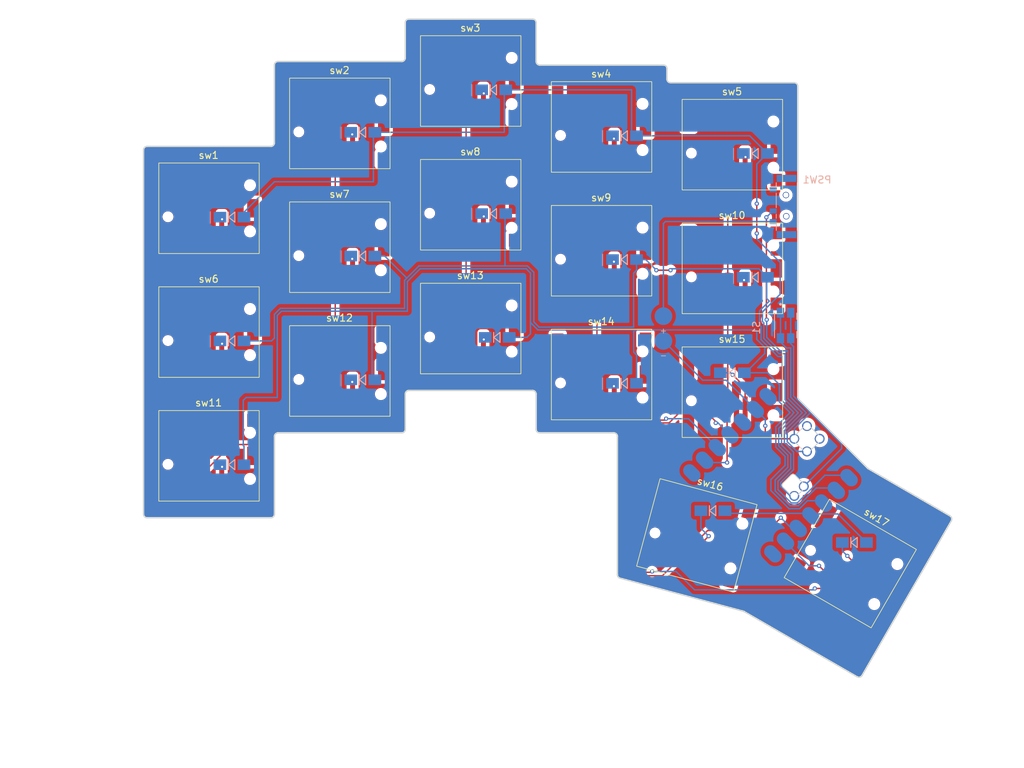
<source format=kicad_pcb>
(kicad_pcb (version 20241229) (generator "pcbnew") (generator_version "9.0")
  (layers (0 "F.Cu" signal) (2 "B.Cu" signal) (13 "F.Paste" user) (15 "B.Paste" user) (5 "F.SilkS" user "F.Silkscreen") (7 "B.SilkS" user "B.Silkscreen") (1 "F.Mask" user) (3 "B.Mask" user) (25 "Edge.Cuts" user))
  (net 0 "")
  (net 1 "Net-(D1-K)")
  (net 2 "row1")
  (net 3 "Net-(D2-K)")
  (net 4 "Net-(D3-K)")
  (net 5 "Net-(D4-K)")
  (net 6 "Net-(D5-K)")
  (net 7 "Net-(D6-K)")
  (net 8 "row2")
  (net 9 "Net-(D7-K)")
  (net 10 "Net-(D8-K)")
  (net 11 "Net-(D9-K)")
  (net 12 "Net-(D10-K)")
  (net 13 "Net-(D11-K)")
  (net 14 "row3")
  (net 15 "Net-(D12-K)")
  (net 16 "Net-(D13-K)")
  (net 17 "Net-(D14-K)")
  (net 18 "Net-(D15-K)")
  (net 19 "Net-(D16-K)")
  (net 20 "row4")
  (net 21 "Net-(D17-K)")
  (net 22 "col1")
  (net 23 "col2")
  (net 24 "col3")
  (net 25 "col4")
  (net 26 "col5")
  (net 33 "VBAT")
  (net 34 "GND")
  (net 36 "BAT+")
  (net 37 "RESET")
  (footprint "chocopi:Cherry_ULP_SMD" (layer "F.Cu") (at 57.75 73.25)
    (property "Reference" "sw11")
    (property "Value" "~")
  )
  (footprint "chocopi:Cherry_ULP_SMD" (layer "F.Cu") (at 131.75 29.25)
    (property "Reference" "sw5")
    (property "Value" "~")
  )
  (footprint "chocopi:Cherry_ULP_SMD" (layer "F.Cu") (at 113.25 61.75)
    (property "Reference" "sw14")
    (property "Value" "~")
  )
  (footprint "chocopi:Cherry_ULP_SMD" (layer "F.Cu") (at 113.25 26.75)
    (property "Reference" "sw4")
    (property "Value" "~")
  )
  (footprint "chocopi:Cherry_ULP_SMD" (layer "F.Cu") (at 94.75 55.25)
    (property "Reference" "sw13")
    (property "Value" "~")
  )
  (footprint "chocopi:Cherry_ULP_SMD" (layer "F.Cu") (at 113.25 44.25)
    (property "Reference" "sw9")
    (property "Value" "~")
  )
  (footprint "chocopi:Cherry_ULP_SMD" (layer "F.Cu") (at 76.25 43.75)
    (property "Reference" "sw7")
    (property "Value" "~")
  )
  (footprint "chocopi:Cherry_ULP_SMD" (layer "F.Cu") (at 131.75 64.25)
    (property "Reference" "sw15")
    (property "Value" "~")
  )
  (footprint "chocopi:Cherry_ULP_SMD" (layer "F.Cu") (at 126.723136 84.5 -15)
    (property "Reference" "sw16")
    (property "Value" "~")
  )
  (footprint "chocopi:Cherry_ULP_SMD" (layer "F.Cu") (at 57.75 38.25)
    (property "Reference" "sw1")
    (property "Value" "~")
  )
  (footprint "chocopi:Cherry_ULP_SMD" (layer "F.Cu") (at 94.75 20.25)
    (property "Reference" "sw3")
    (property "Value" "~")
  )
  (footprint "chocopi:Cherry_ULP_SMD" (layer "F.Cu") (at 76.25 26.25)
    (property "Reference" "sw2")
    (property "Value" "~")
  )
  (footprint "chocopi:Cherry_ULP_SMD" (layer "F.Cu") (at 131.75 46.75)
    (property "Reference" "sw10")
    (property "Value" "~")
  )
  (footprint "chocopi:Cherry_ULP_SMD" (layer "F.Cu") (at 94.75 37.75)
    (property "Reference" "sw8")
    (property "Value" "~")
  )
  (footprint "chocopi:Cherry_ULP_SMD" (layer "F.Cu") (at 76.25 61.25)
    (property "Reference" "sw12")
    (property "Value" "~")
  )
  (footprint "chocopi:Cherry_ULP_SMD" (layer "F.Cu") (at 57.75 55.75)
    (property "Reference" "sw6")
    (property "Value" "~")
  )
  (footprint "chocopi:Cherry_ULP_SMD" (layer "F.Cu") (at 148.419358 88.477499 -30)
    (property "Reference" "sw17")
    (property "Value" "~")
  )
  (footprint "chocopi:BatteryPad" (layer "B.Cu") (at 122 57 180)
    (property "Reference" "BATGND1" (hide yes))
    (property "Value" "-")
  )
  (footprint "chocopi:Diode_SOD123" (layer "B.Cu") (at 135 48)
    (property "Reference" "D10" (hide yes))
    (property "Value" "~" (hide yes))
  )
  (footprint "chocopi:BatteryPad" (layer "B.Cu") (at 122 53.5 180)
    (property "Reference" "BAT+1" (hide yes))
    (property "Value" "+")
  )
  (footprint "chocopi:MSK12C02" (layer "B.Cu") (at 140.72 34.125 180)
    (property "Reference" "PSW1")
    (property "Value" "SW_SPDT")
  )
  (footprint "chocopi:Diode_SOD123" (layer "B.Cu") (at 129 81)
    (property "Reference" "D16" (hide yes))
    (property "Value" "~" (hide yes))
  )
  (footprint "chocopi:Diode_SOD123" (layer "B.Cu") (at 149 85.5)
    (property "Reference" "D17" (hide yes))
    (property "Value" "~" (hide yes))
  )
  (footprint "chocopi:Diode_SOD123" (layer "B.Cu") (at 116.5 63)
    (property "Reference" "D14" (hide yes))
    (property "Value" "~" (hide yes))
  )
  (footprint "chocopi:Diode_SOD123" (layer "B.Cu") (at 116.5 45.5)
    (property "Reference" "D9" (hide yes))
    (property "Value" "~" (hide yes))
  )
  (footprint "chocopi:Diode_SOD123" (layer "B.Cu") (at 131.75 61.5)
    (property "Reference" "D15" (hide yes))
    (property "Value" "~" (hide yes))
  )
  (footprint "chocopi:Diode_SOD123" (layer "B.Cu") (at 79.5 45)
    (property "Reference" "D7" (hide yes))
    (property "Value" "~" (hide yes))
  )
  (footprint "chocopi:Diode_SOD123" (layer "B.Cu") (at 135 30.5)
    (property "Reference" "D5" (hide yes))
    (property "Value" "~" (hide yes))
  )
  (footprint "chocopi:Diode_SOD123" (layer "B.Cu") (at 61 39.5)
    (property "Reference" "D1" (hide yes))
    (property "Value" "~" (hide yes))
  )
  (footprint "chocopi:Diode_SOD123" (layer "B.Cu") (at 98 21.5)
    (property "Reference" "D3" (hide yes))
    (property "Value" "~" (hide yes))
  )
  (footprint "chocopi:Diode_SOD123" (layer "B.Cu") (at 79.5 62.5)
    (property "Reference" "D12" (hide yes))
    (property "Value" "~" (hide yes))
  )
  (footprint "chocopi:Diode_SOD123" (layer "B.Cu") (at 98 39)
    (property "Reference" "D8" (hide yes))
    (property "Value" "~" (hide yes))
  )
  (footprint "chocopi:Diode_SOD123" (layer "B.Cu") (at 116.5 28)
    (property "Reference" "D4" (hide yes))
    (property "Value" "~" (hide yes))
  )
  (footprint "chocopi:xiao-ble-smd-cutout" (layer "B.Cu") (at 137.132757 76 135)
    (property "Reference" "U1" (hide yes))
    (property "Value" "XIAO-nRF52840-SMD" (hide yes))
    (fp_line (start -2.413 0.063) (end -4.0132 0.063) (stroke (width 0.12)) (layer "Edge.Cuts"))
    (fp_line (start -2.032 2.095) (end -2.032 0.443999) (stroke (width 0.12)) (layer "Edge.Cuts"))
    (fp_line (start 1.524 6.4638) (end 1.524 8.1402) (stroke (width 0.12)) (layer "Edge.Cuts"))
    (fp_line (start -4.699 0.7488) (end -4.699 1.7902) (stroke (width 0.12)) (layer "Edge.Cuts"))
    (fp_line (start -4.0132 2.475999) (end -2.413 2.476) (stroke (width 0.12)) (layer "Edge.Cuts"))
    (fp_line (start -0.8382 5.778) (end 0.8382 5.778) (stroke (width 0.12)) (layer "Edge.Cuts"))
    (fp_line (start -1.524 6.4638) (end -1.524 8.1402) (stroke (width 0.12)) (layer "Edge.Cuts"))
    (fp_line (start -0.838199 8.826) (end 0.838199 8.826) (stroke (width 0.12)) (layer "Edge.Cuts"))
    (fp_arc (start -2.413 0.063) (mid -2.143591 0.174592) (end -2.032 0.443999) (stroke (width 0.12)) (layer "Edge.Cuts"))
    (fp_arc (start -4.0132 0.063) (mid -4.095391 0.666608) (end -4.699 0.7488) (stroke (width 0.12)) (layer "Edge.Cuts"))
    (fp_arc (start -2.032 2.095) (mid -2.143592 2.364407) (end -2.413 2.476) (stroke (width 0.12)) (layer "Edge.Cuts"))
    (fp_arc (start 1.524 6.4638) (mid 0.920391 6.381609) (end 0.8382 5.778) (stroke (width 0.12)) (layer "Edge.Cuts"))
    (fp_arc (start -4.699 1.7902) (mid -4.095391 1.872391) (end -4.0132 2.475999) (stroke (width 0.12)) (layer "Edge.Cuts"))
    (fp_arc (start -0.8382 5.778) (mid -0.920391 6.381609) (end -1.524 6.4638) (stroke (width 0.12)) (layer "Edge.Cuts"))
    (fp_arc (start 0.838199 8.826) (mid 0.920393 8.222393) (end 1.524 8.1402) (stroke (width 0.12)) (layer "Edge.Cuts"))
    (fp_arc (start -1.524 8.1402) (mid -0.920391 8.222391) (end -0.838199 8.826) (stroke (width 0.12)) (layer "Edge.Cuts"))
  )
  (footprint "chocopi:SW_EVQ-P7A01P" (layer "B.Cu") (at 139.275 54.8125 -90)
    (property "Reference" "S1")
    (property "Value" "EVQ-P7A01P")
  )
  (footprint "chocopi:Diode_SOD123" (layer "B.Cu") (at 98.5 56.5)
    (property "Reference" "D13" (hide yes))
    (property "Value" "~" (hide yes))
  )
  (footprint "chocopi:Diode_SOD123" (layer "B.Cu") (at 79.5 27.5)
    (property "Reference" "D2" (hide yes))
    (property "Value" "~" (hide yes))
  )
  (footprint "chocopi:Diode_SOD123" (layer "B.Cu") (at 61 57)
    (property "Reference" "D6" (hide yes))
    (property "Value" "~" (hide yes))
  )
  (footprint "chocopi:Diode_SOD123" (layer "B.Cu") (at 61 74.5)
    (property "Reference" "D11" (hide yes))
    (property "Value" "~" (hide yes))
  )
  (gr_line (start 67 29) (end 67 18) (stroke (width 0.2)) (layer "Edge.Cuts"))
  (gr_line (start 104 64.5) (end 104 69.5) (stroke (width 0.2)) (layer "Edge.Cuts"))
  (gr_line (start 66.5 82) (end 49 82) (stroke (width 0.2)) (layer "Edge.Cuts"))
  (gr_arc (start 122 18) (mid 122.353553 18.146447) (end 122.5 18.5) (stroke (width 0.2)) (layer "Edge.Cuts"))
  (gr_arc (start 85.5 12) (mid 85.646447 11.646447) (end 86 11.5) (stroke (width 0.2)) (layer "Edge.Cuts"))
  (gr_line (start 48.5 81.5) (end 48.5 30) (stroke (width 0.2)) (layer "Edge.Cuts"))
  (gr_line (start 67 70.5) (end 67 81.5) (stroke (width 0.2)) (layer "Edge.Cuts"))
  (gr_line (start 85 70) (end 67.5 70) (stroke (width 0.2)) (layer "Edge.Cuts"))
  (gr_line (start 86 64) (end 103.5 64) (stroke (width 0.2)) (layer "Edge.Cuts"))
  (gr_line (start 162.69911 82.433013) (end 150.074091 104.300187) (stroke (width 0.2)) (layer "Edge.Cuts"))
  (gr_arc (start 85.5 69.5) (mid 85.353553 69.853553) (end 85 70) (stroke (width 0.2)) (layer "Edge.Cuts"))
  (gr_arc (start 67 70.5) (mid 67.146447 70.146447) (end 67.5 70) (stroke (width 0.2)) (layer "Edge.Cuts"))
  (gr_line (start 67.5 17.5) (end 85 17.5) (stroke (width 0.2)) (layer "Edge.Cuts"))
  (gr_arc (start 141.146522 65.290178) (mid 141.038077 65.127889) (end 141.000024 64.9365) (stroke (width 0.2)) (layer "Edge.Cuts"))
  (gr_line (start 115.5 70.5) (end 115.5 90.0613) (stroke (width 0.2)) (layer "Edge.Cuts"))
  (gr_arc (start 48.5 30) (mid 48.646447 29.646447) (end 49 29.5) (stroke (width 0.2)) (layer "Edge.Cuts"))
  (gr_arc (start 104.5 70) (mid 104.146447 69.853553) (end 104 69.5) (stroke (width 0.2)) (layer "Edge.Cuts"))
  (gr_line (start 150.852922 74.996578) (end 141.146522 65.290178) (stroke (width 0.2)) (layer "Edge.Cuts"))
  (gr_arc (start 133.306039 95.216128) (mid 133.367975 95.237157) (end 133.426675 95.266111) (stroke (width 0.2)) (layer "Edge.Cuts"))
  (gr_arc (start 140.5 20.5) (mid 140.853553 20.646447) (end 141 21) (stroke (width 0.2)) (layer "Edge.Cuts"))
  (gr_arc (start 150.074091 104.300187) (mid 149.77051 104.533137) (end 149.387997 104.481377) (stroke (width 0.2)) (layer "Edge.Cuts"))
  (gr_line (start 150.956542 75.076087) (end 162.516094 81.749998) (stroke (width 0.2)) (layer "Edge.Cuts"))
  (gr_arc (start 67 29) (mid 66.853553 29.353553) (end 66.5 29.5) (stroke (width 0.2)) (layer "Edge.Cuts"))
  (gr_line (start 49 29.5) (end 66.5 29.5) (stroke (width 0.2)) (layer "Edge.Cuts"))
  (gr_line (start 85.5 17) (end 85.5 12) (stroke (width 0.2)) (layer "Edge.Cuts"))
  (gr_arc (start 49 82) (mid 48.646447 81.853553) (end 48.5 81.5) (stroke (width 0.2)) (layer "Edge.Cuts"))
  (gr_line (start 85.5 69.5) (end 85.5 64.5) (stroke (width 0.2)) (layer "Edge.Cuts"))
  (gr_arc (start 67 18) (mid 67.146447 17.646447) (end 67.5 17.5) (stroke (width 0.2)) (layer "Edge.Cuts"))
  (gr_arc (start 115.870671 90.544336) (mid 115.603342 90.365727) (end 115.500025 90.0613) (stroke (width 0.2)) (layer "Edge.Cuts"))
  (gr_line (start 141.000024 64.9365) (end 141 64.9365) (stroke (width 0.2)) (layer "Edge.Cuts"))
  (gr_line (start 104.5 18) (end 122 18) (stroke (width 0.2)) (layer "Edge.Cuts"))
  (gr_line (start 115.500025 90.0613) (end 115.5 90.0613) (stroke (width 0.2)) (layer "Edge.Cuts"))
  (gr_line (start 141 21) (end 141 64.9365) (stroke (width 0.2)) (layer "Edge.Cuts"))
  (gr_line (start 104.5 70) (end 115 70) (stroke (width 0.2)) (layer "Edge.Cuts"))
  (gr_line (start 104 12) (end 104 17.5) (stroke (width 0.2)) (layer "Edge.Cuts"))
  (gr_arc (start 104.5 18) (mid 104.146447 17.853553) (end 104 17.5) (stroke (width 0.2)) (layer "Edge.Cuts"))
  (gr_arc (start 115 70) (mid 115.353553 70.146447) (end 115.5 70.5) (stroke (width 0.2)) (layer "Edge.Cuts"))
  (gr_arc (start 103.5 11.5) (mid 103.853553 11.646447) (end 104 12) (stroke (width 0.2)) (layer "Edge.Cuts"))
  (gr_line (start 123 20.5) (end 140.5 20.5) (stroke (width 0.2)) (layer "Edge.Cuts"))
  (gr_line (start 115.870671 90.544336) (end 133.306039 95.216128) (stroke (width 0.2)) (layer "Edge.Cuts"))
  (gr_line (start 133.426675 95.266111) (end 133.426678 95.266105) (stroke (width 0.2)) (layer "Edge.Cuts"))
  (gr_line (start 86 11.5) (end 103.5 11.5) (stroke (width 0.2)) (layer "Edge.Cuts"))
  (gr_arc (start 85.5 64.5) (mid 85.646447 64.146447) (end 86 64) (stroke (width 0.2)) (layer "Edge.Cuts"))
  (gr_arc (start 162.516094 81.749998) (mid 162.749054 82.053602) (end 162.69911 82.433013) (stroke (width 0.2)) (layer "Edge.Cuts"))
  (gr_arc (start 150.956542 75.076087) (mid 150.902124 75.039726) (end 150.852922 74.996578) (stroke (width 0.2)) (layer "Edge.Cuts"))
  (gr_arc (start 85.5 17) (mid 85.353553 17.353553) (end 85 17.5) (stroke (width 0.2)) (layer "Edge.Cuts"))
  (gr_line (start 149.387997 104.481377) (end 133.426678 95.266105) (stroke (width 0.2)) (layer "Edge.Cuts"))
  (gr_line (start 122.5 18.5) (end 122.5 20) (stroke (width 0.2)) (layer "Edge.Cuts"))
  (gr_arc (start 103.5 64) (mid 103.853553 64.146447) (end 104 64.5) (stroke (width 0.2)) (layer "Edge.Cuts"))
  (gr_arc (start 123 20.5) (mid 122.646447 20.353553) (end 122.5 20) (stroke (width 0.2)) (layer "Edge.Cuts"))
  (gr_arc (start 67 81.5) (mid 66.853553 81.853553) (end 66.5 82) (stroke (width 0.2)) (layer "Edge.Cuts"))
  (via (at 59.6 39.8) (size 0.6) (drill 0.3) (layers "F.Cu" "B.Cu") (net 1))
  (segment (start 135.2 41.8) (end 135.2 37.6) (width 0.2) (layer "F.Cu") (net 2))
  (via (at 135.2 41.8) (size 0.6) (drill 0.3) (layers "F.Cu" "B.Cu") (net 2))
  (via (at 135.2 37.6) (size 0.6) (drill 0.3) (layers "F.Cu" "B.Cu") (net 2))
  (segment (start 147.909065 76) (end 144.832444 76) (width 0.2) (layer "B.Cu") (net 2))
  (segment (start 136.199 56.6556) (end 136.199 54.448943) (width 0.2) (layer "B.Cu") (net 2))
  (segment (start 99.7 21.5) (end 117.5 21.5) (width 0.2) (layer "B.Cu") (net 2))
  (segment (start 138.6985 71.6995) (end 138.6985 69.523398) (width 0.2) (layer "B.Cu") (net 2))
  (segment (start 144.832444 76) (end 140.914007 79.918437) (width 0.2) (layer "B.Cu") (net 2))
  (segment (start 140.085993 79.918437) (end 138.199 78.031444) (width 0.2) (layer "B.Cu") (net 2))
  (segment (start 139.999 73) (end 138.6985 71.6995) (width 0.2) (layer "B.Cu") (net 2))
  (segment (start 136.352458 52.552458) (end 138.501 50.403917) (width 0.2) (layer "B.Cu") (net 2))
  (segment (start 135.999 52.905917) (end 136.352458 52.552458) (width 0.2) (layer "B.Cu") (net 2))
  (segment (start 62.7 39.5) (end 62.7 38.8) (width 0.2) (layer "B.Cu") (net 2))
  (segment (start 99.5 27.5) (end 99.5 21.7) (width 0.2) (layer "B.Cu") (net 2))
  (segment (start 81 34.5) (end 81 27.7) (width 0.2) (layer "B.Cu") (net 2))
  (segment (start 135.2 37.6) (end 135.2 32) (width 0.2) (layer "B.Cu") (net 2))
  (segment (start 138.199 76.8339) (end 139.999 75.0339) (width 0.2) (layer "B.Cu") (net 2))
  (segment (start 138.501 50.403917) (end 138.501 45.901) (width 0.2) (layer "B.Cu") (net 2))
  (segment (start 138.3454 58.802) (end 136.199 56.6556) (width 0.2) (layer "B.Cu") (net 2))
  (segment (start 81.2 27.5) (end 99.5 27.5) (width 0.2) (layer "B.Cu") (net 2))
  (segment (start 135.999 52.905916) (end 136.352458 52.552458) (width 0.2) (layer "B.Cu") (net 2))
  (segment (start 136.199 54.448943) (end 135.999 54.248943) (width 0.2) (layer "B.Cu") (net 2))
  (segment (start 138.501 45.901) (end 135.6 43) (width 0.2) (layer "B.Cu") (net 2))
  (segment (start 135.2 32) (end 136.7 30.5) (width 0.2) (layer "B.Cu") (net 2))
  (segment (start 138.6985 69.523398) (end 141.060299 67.161599) (width 0.2) (layer "B.Cu") (net 2))
  (segment (start 135.6 43) (end 135.2 42.6) (width 0.2) (layer "B.Cu") (net 2))
  (segment (start 81 27.7) (end 81.2 27.5) (width 0.2) (layer "B.Cu") (net 2))
  (segment (start 139.198 65.2993) (end 139.198 58.802) (width 0.2) (layer "B.Cu") (net 2))
  (segment (start 139.198 58.802) (end 138.3454 58.802) (width 0.2) (layer "B.Cu") (net 2))
  (segment (start 67 34.5) (end 81 34.5) (width 0.2) (layer "B.Cu") (net 2))
  (segment (start 138.199 78.031444) (end 138.199 76.8339) (width 0.2) (layer "B.Cu") (net 2))
  (segment (start 141.060299 67.161599) (end 139.198 65.2993) (width 0.2) (layer "B.Cu") (net 2))
  (segment (start 117.5 27.3) (end 117.5 21.5) (width 0.2) (layer "B.Cu") (net 2))
  (segment (start 134.2 28) (end 136.7 30.5) (width 0.2) (layer "B.Cu") (net 2))
  (segment (start 118.2 28) (end 117.5 27.3) (width 0.2) (layer "B.Cu") (net 2))
  (segment (start 135.999 54.248943) (end 135.999 52.905916) (width 0.2) (layer "B.Cu") (net 2))
  (segment (start 99.5 21.7) (end 99.7 21.5) (width 0.2) (layer "B.Cu") (net 2))
  (segment (start 118.2 28) (end 134.2 28) (width 0.2) (layer "B.Cu") (net 2))
  (segment (start 140.914007 79.918437) (end 140.085993 79.918437) (width 0.2) (layer "B.Cu") (net 2))
  (segment (start 62.7 38.8) (end 67 34.5) (width 0.2) (layer "B.Cu") (net 2))
  (segment (start 139.999 75.0339) (end 139.999 73) (width 0.2) (layer "B.Cu") (net 2))
  (segment (start 135.2 42.6) (end 135.2 41.8) (width 0.2) (layer "B.Cu") (net 2))
  (via (at 78 27.8) (size 0.6) (drill 0.3) (layers "F.Cu" "B.Cu") (net 3))
  (via (at 96.6 22) (size 0.6) (drill 0.3) (layers "F.Cu" "B.Cu") (net 4))
  (via (at 115 28.4) (size 0.6) (drill 0.3) (layers "F.Cu" "B.Cu") (net 5))
  (via (at 133.6 31) (size 0.6) (drill 0.3) (layers "F.Cu" "B.Cu") (net 6))
  (via (at 59.6 57.4) (size 0.6) (drill 0.3) (layers "F.Cu" "B.Cu") (net 7))
  (segment (start 121 47) (end 123 47) (width 0.2) (layer "F.Cu") (net 8))
  (via (at 123 47) (size 0.6) (drill 0.3) (layers "F.Cu" "B.Cu") (net 8))
  (via (at 121 47) (size 0.6) (drill 0.3) (layers "F.Cu" "B.Cu") (net 8))
  (segment (start 138.2975 69.357298) (end 138.2975 71.8656) (width 0.2) (layer "B.Cu") (net 8))
  (segment (start 135.799 56.8227) (end 138.1793 59.203) (width 0.2) (layer "B.Cu") (net 8))
  (segment (start 135.799 56.8227) (end 135.799 54.9661) (width 0.2) (layer "B.Cu") (net 8))
  (segment (start 135.799 54.9661) (end 135.598 54.7651) (width 0.2) (layer "B.Cu") (net 8))
  (segment (start 66.999 53.2339) (end 67.8339 52.399) (width 0.2) (layer "B.Cu") (net 8))
  (segment (start 85.399 52.399) (end 85.399 48.4339) (width 0.2) (layer "B.Cu") (net 8))
  (segment (start 82.6 45) (end 85.71645 48.11645) (width 0.2) (layer "B.Cu") (net 8))
  (segment (start 138.2975 71.8656) (end 139.598 73.1661) (width 0.2) (layer "B.Cu") (net 8))
  (segment (start 135.598 54.7651) (end 135.598 52.739817) (width 0.2) (layer "B.Cu") (net 8))
  (segment (start 136.968909 51.368908) (end 136.599 50.998999) (width 0.2) (layer "B.Cu") (net 8))
  (segment (start 138.797 65.4654) (end 140.4658 67.1342) (width 0.2) (layer "B.Cu") (net 8))
  (segment (start 138.797 59.203) (end 138.797 65.4654) (width 0.2) (layer "B.Cu") (net 8))
  (segment (start 139.598 74.8678) (end 137.798 76.6678) (width 0.2) (layer "B.Cu") (net 8))
  (segment (start 135.5 46.8) (end 136.7 48) (width 0.2) (layer "B.Cu") (net 8))
  (segment (start 140.227399 67.372601) (end 140.227399 67.427399) (width 0.2) (layer "B.Cu") (net 8))
  (segment (start 99.6 46.399) (end 102.7661 46.399) (width 0.2) (layer "B.Cu") (net 8))
  (segment (start 104.4151 55.048) (end 117.7849 55.048) (width 0.2) (layer "B.Cu") (net 8))
  (segment (start 136.599 50.998999) (end 136.599 48.101) (width 0.2) (layer "B.Cu") (net 8))
  (segment (start 85.399 48.4339) (end 85.71645 48.11645) (width 0.2) (layer "B.Cu") (net 8))
  (segment (start 87.4339 46.399) (end 99.6 46.399) (width 0.2) (layer "B.Cu") (net 8))
  (segment (start 118.2 47) (end 118.2 45.5) (width 0.2) (layer "B.Cu") (net 8))
  (segment (start 139.598 73.1661) (end 139.598 74.8678) (width 0.2) (layer "B.Cu") (net 8))
  (segment (start 135.598 52.739817) (end 136.968909 51.368908) (width 0.2) (layer "B.Cu") (net 8))
  (segment (start 140.4658 67.1342) (end 140.227399 67.372601) (width 0.2) (layer "B.Cu") (net 8))
  (segment (start 137.798 78.197544) (end 139.919893 80.319437) (width 0.2) (layer "B.Cu") (net 8))
  (segment (start 103.68355 54.31645) (end 104.4151 55.048) (width 0.2) (layer "B.Cu") (net 8))
  (segment (start 138.1793 59.203) (end 138.797 59.203) (width 0.2) (layer "B.Cu") (net 8))
  (segment (start 123.2 46.8) (end 135.5 46.8) (width 0.2) (layer "B.Cu") (net 8))
  (segment (start 143.603492 77.796052) (end 146.113013 77.796052) (width 0.2) (layer "B.Cu") (net 8))
  (segment (start 117.7849 55.048) (end 117.7849 47.4151) (width 0.2) (layer "B.Cu") (net 8))
  (segment (start 66.999 56.6) (end 66.999 53.2339) (width 0.2) (layer "B.Cu") (net 8))
  (segment (start 99.6 39.1) (end 99.6 46.399) (width 0.2) (layer "B.Cu") (net 8))
  (segment (start 140.227399 67.427399) (end 138.2975 69.357298) (width 0.2) (layer "B.Cu") (net 8))
  (segment (start 118.2 45.5) (end 119.5 45.5) (width 0.2) (layer "B.Cu") (net 8))
  (segment (start 137.798 76.6678) (end 137.798 78.197544) (width 0.2) (layer "B.Cu") (net 8))
  (segment (start 103.68355 47.31645) (end 103.68355 54.31645) (width 0.2) (layer "B.Cu") (net 8))
  (segment (start 141.080107 80.319437) (end 143.603492 77.796052) (width 0.2) (layer "B.Cu") (net 8))
  (segment (start 123 47) (end 123.2 46.8) (width 0.2) (layer "B.Cu") (net 8))
  (segment (start 139.919893 80.319437) (end 141.080107 80.319437) (width 0.2) (layer "B.Cu") (net 8))
  (segment (start 67.8339 52.399) (end 85.399 52.399) (width 0.2) (layer "B.Cu") (net 8))
  (segment (start 136.599 48.101) (end 136.7 48) (width 0.2) (layer "B.Cu") (net 8))
  (segment (start 117.7849 47.4151) (end 118.2 47) (width 0.2) (layer "B.Cu") (net 8))
  (segment (start 99.7 39) (end 99.6 39.1) (width 0.2) (layer "B.Cu") (net 8))
  (segment (start 62.7 57) (end 66.599 57) (width 0.2) (layer "B.Cu") (net 8))
  (segment (start 66.599 57) (end 66.999 56.6) (width 0.2) (layer "B.Cu") (net 8))
  (segment (start 81.2 45) (end 82.6 45) (width 0.2) (layer "B.Cu") (net 8))
  (segment (start 102.7661 46.399) (end 103.68355 47.31645) (width 0.2) (layer "B.Cu") (net 8))
  (segment (start 85.71645 48.11645) (end 87.4339 46.399) (width 0.2) (layer "B.Cu") (net 8))
  (segment (start 119.5 45.5) (end 121 47) (width 0.2) (layer "B.Cu") (net 8))
  (via (at 78 45.4) (size 0.6) (drill 0.3) (layers "F.Cu" "B.Cu") (net 9))
  (via (at 96.6 39.4) (size 0.6) (drill 0.3) (layers "F.Cu" "B.Cu") (net 10))
  (via (at 115 45.8) (size 0.6) (drill 0.3) (layers "F.Cu" "B.Cu") (net 11))
  (via (at 133.4 48.4) (size 0.6) (drill 0.3) (layers "F.Cu" "B.Cu") (net 12))
  (via (at 59.6 74.8) (size 0.6) (drill 0.3) (layers "F.Cu" "B.Cu") (net 13))
  (segment (start 102.7 56.5) (end 100.2 56.5) (width 0.2) (layer "B.Cu") (net 14))
  (segment (start 63 65) (end 62.6 65.4) (width 0.2) (layer "B.Cu") (net 14))
  (segment (start 67.4 53.4) (end 67.4 65) (width 0.2) (layer "B.Cu") (net 14))
  (segment (start 62.6 71.8) (end 62.7 71.9) (width 0.2) (layer "B.Cu") (net 14))
  (segment (start 138.396 65.6315) (end 138.396 63.180917) (width 0.2) (layer "B.Cu") (net 14))
  (segment (start 139.753793 80.720437) (end 137.2 78.166644) (width 0.2) (layer "B.Cu") (net 14))
  (segment (start 80.8 52.8) (end 68 52.8) (width 0.2) (layer "B.Cu") (net 14))
  (segment (start 142.374542 79.592102) (end 141.246207 80.720437) (width 0.2) (layer "B.Cu") (net 14))
  (segment (start 103.2 54.4) (end 103.2 47.4) (width 0.2) (layer "B.Cu") (net 14))
  (segment (start 136.3046 58.0954) (end 136.4046 57.9954) (width 0.2) (layer "B.Cu") (net 14))
  (segment (start 103.2 54.4) (end 103.2 56) (width 0.2) (layer "B.Cu") (net 14))
  (segment (start 117.951 55.449) (end 117.8 55.6) (width 0.2) (layer "B.Cu") (net 14))
  (segment (start 137.2 78.166644) (end 137.2 76.597) (width 0.2) (layer "B.Cu") (net 14))
  (segment (start 68 52.8) (end 67.4 53.4) (width 0.2) (layer "B.Cu") (net 14))
  (segment (start 139.197 73.3322) (end 137.8965 72.0317) (width 0.2) (layer "B.Cu") (net 14))
  (segment (start 139.8987 67.1342) (end 138.396 65.6315) (width 0.2) (layer "B.Cu") (net 14))
  (segment (start 136.715083 61.5) (end 133.45 61.5) (width 0.2) (layer "B.Cu") (net 14))
  (segment (start 137.8965 72.0317) (end 137.8965 69.1364) (width 0.2) (layer "B.Cu") (net 14))
  (segment (start 67.4 65) (end 63 65) (width 0.2) (layer "B.Cu") (net 14))
  (segment (start 117.8 55.6) (end 117.8 58.6) (width 0.2) (layer "B.Cu") (net 14))
  (segment (start 87.6 46.8) (end 85.8 48.6) (width 0.2) (layer "B.Cu") (net 14))
  (segment (start 133.45 61.5) (end 133.6 61.5) (width 0.2) (layer "B.Cu") (net 14))
  (segment (start 85.8 52.8) (end 80.8 52.8) (width 0.2) (layer "B.Cu") (net 14))
  (segment (start 136.4046 57.9954) (end 135.2 56.7908) (width 0.2) (layer "B.Cu") (net 14))
  (segment (start 135.2 55.6) (end 135.049 55.449) (width 0.2) (layer "B.Cu") (net 14))
  (segment (start 144.316962 79.592102) (end 142.374542 79.592102) (width 0.2) (layer "B.Cu") (net 14))
  (segment (start 135.049 55.449) (end 117.951 55.449) (width 0.2) (layer "B.Cu") (net 14))
  (segment (start 117.8 58.6) (end 118.2 59) (width 0.2) (layer "B.Cu") (net 14))
  (segment (start 133.6 61.5) (end 136.3046 58.7954) (width 0.2) (layer "B.Cu") (net 14))
  (segment (start 117.951 55.449) (end 104.249 55.449) (width 0.2) (layer "B.Cu") (net 14))
  (segment (start 139.197 74.6) (end 139.197 73.3322) (width 0.2) (layer "B.Cu") (net 14))
  (segment (start 138.396 63.180917) (end 136.715083 61.5) (width 0.2) (layer "B.Cu") (net 14))
  (segment (start 80.8 62.1) (end 80.8 52.8) (width 0.2) (layer "B.Cu") (net 14))
  (segment (start 102.6 46.8) (end 87.6 46.8) (width 0.2) (layer "B.Cu") (net 14))
  (segment (start 103.2 56) (end 102.7 56.5) (width 0.2) (layer "B.Cu") (net 14))
  (segment (start 62.6 65.4) (end 62.6 71.8) (width 0.2) (layer "B.Cu") (net 14))
  (segment (start 85.8 48.6) (end 85.8 52.8) (width 0.2) (layer "B.Cu") (net 14))
  (segment (start 103.2 47.4) (end 102.6 46.8) (width 0.2) (layer "B.Cu") (net 14))
  (segment (start 104.249 55.449) (end 103.2 54.4) (width 0.2) (layer "B.Cu") (net 14))
  (segment (start 135.2 56.7908) (end 135.2 55.6) (width 0.2) (layer "B.Cu") (net 14))
  (segment (start 137.8965 69.1364) (end 139.8987 67.1342) (width 0.2) (layer "B.Cu") (net 14))
  (segment (start 141.246207 80.720437) (end 139.753793 80.720437) (width 0.2) (layer "B.Cu") (net 14))
  (segment (start 118.2 59) (end 118.2 63) (width 0.2) (layer "B.Cu") (net 14))
  (segment (start 62.7 71.9) (end 62.7 74.5) (width 0.2) (layer "B.Cu") (net 14))
  (segment (start 81.2 62.5) (end 80.8 62.1) (width 0.2) (layer "B.Cu") (net 14))
  (segment (start 136.3046 58.7954) (end 136.3046 58.0954) (width 0.2) (layer "B.Cu") (net 14))
  (segment (start 137.2 76.597) (end 139.197 74.6) (width 0.2) (layer "B.Cu") (net 14))
  (via (at 78 62.8) (size 0.6) (drill 0.3) (layers "F.Cu" "B.Cu") (net 15))
  (via (at 96.6 56.8) (size 0.6) (drill 0.3) (layers "F.Cu" "B.Cu") (net 16))
  (via (at 115 63.4) (size 0.6) (drill 0.3) (layers "F.Cu" "B.Cu") (net 17))
  (segment (start 131.8 61.8) (end 133.55 63.55) (width 0.2) (layer "F.Cu") (net 18))
  (segment (start 133.55 63.55) (end 133.55 66.55) (width 0.2) (layer "F.Cu") (net 18))
  (via (at 131.8 61.8) (size 0.6) (drill 0.3) (layers "F.Cu" "B.Cu") (net 18))
  (segment (start 131.5 61.5) (end 131.8 61.8) (width 0.2) (layer "B.Cu") (net 18))
  (segment (start 130.05 61.5) (end 131.5 61.5) (width 0.2) (layer "B.Cu") (net 18))
  (segment (start 127.866519 85.133481) (end 128.4 84.6) (width 0.2) (layer "F.Cu") (net 19))
  (segment (start 127.866519 87.187504) (end 127.866519 85.133481) (width 0.2) (layer "F.Cu") (net 19))
  (via (at 128.4 84.6) (size 0.6) (drill 0.3) (layers "F.Cu" "B.Cu") (net 19))
  (segment (start 127.3 83.5) (end 127.3 81) (width 0.2) (layer "B.Cu") (net 19))
  (segment (start 128.4 84.6) (end 127.3 83.5) (width 0.2) (layer "B.Cu") (net 19))
  (segment (start 150.7 85.5) (end 146.664853 81.464853) (width 0.2) (layer "B.Cu") (net 20))
  (segment (start 142.59761 81.464853) (end 142.520911 81.388154) (width 0.2) (layer "B.Cu") (net 20))
  (segment (start 131.088154 81.388154) (end 142.520911 81.388154) (width 0.2) (layer "B.Cu") (net 20))
  (segment (start 130.7 81) (end 131.088154 81.388154) (width 0.2) (layer "B.Cu") (net 20))
  (segment (start 146.664853 81.464853) (end 142.59761 81.464853) (width 0.2) (layer "B.Cu") (net 20))
  (segment (start 142.132757 81) (end 142.520911 81.388154) (width 0.2) (layer "B.Cu") (net 20))
  (segment (start 148.828205 88.228205) (end 148 87.4) (width 0.2) (layer "F.Cu") (net 21))
  (segment (start 148.828205 91.369358) (end 148.828205 88.228205) (width 0.2) (layer "F.Cu") (net 21))
  (via (at 148 87.4) (size 0.6) (drill 0.3) (layers "F.Cu" "B.Cu") (net 21))
  (segment (start 147.3 86.7) (end 147.3 85.5) (width 0.2) (layer "B.Cu") (net 21))
  (segment (start 148 87.4) (end 147.3 86.7) (width 0.2) (layer "B.Cu") (net 21))
  (segment (start 57.1 75.5) (end 60.951 71.649) (width 0.2) (layer "F.Cu") (net 22))
  (segment (start 136.796768 83.803232) (end 138.6 82) (width 0.2) (layer "F.Cu") (net 22))
  (segment (start 125.5 86.553397) (end 128.250165 83.803232) (width 0.2) (layer "F.Cu") (net 22))
  (segment (start 121.853397 90.2) (end 125.5 86.553397) (width 0.2) (layer "F.Cu") (net 22))
  (segment (start 104.601 69.399) (end 104.802 69.6) (width 0.2) (layer "F.Cu") (net 22))
  (segment (start 60.951 71.649) (end 64.501058 71.649) (width 0.2) (layer "F.Cu") (net 22))
  (segment (start 57.1 40.55) (end 57.1 58.05) (width 0.2) (layer "F.Cu") (net 22))
  (segment (start 116.6 90.2) (end 121.853397 90.2) (width 0.2) (layer "F.Cu") (net 22))
  (segment (start 116 89.6) (end 116.6 90.2) (width 0.2) (layer "F.Cu") (net 22))
  (segment (start 104.802 69.6) (end 115.6 69.6) (width 0.2) (layer "F.Cu") (net 22))
  (segment (start 115.6 69.6) (end 116 70) (width 0.2) (layer "F.Cu") (net 22))
  (segment (start 57.1 75.55) (end 57.1 75.5) (width 0.2) (layer "F.Cu") (net 22))
  (segment (start 85.251058 63.399) (end 104.399 63.399) (width 0.2) (layer "F.Cu") (net 22))
  (segment (start 84.899 69) (end 84.899 63.751058) (width 0.2) (layer "F.Cu") (net 22))
  (segment (start 116 70) (end 116 89.6) (width 0.2) (layer "F.Cu") (net 22))
  (segment (start 104.601 63.601) (end 104.601 69.399) (width 0.2) (layer "F.Cu") (net 22))
  (segment (start 67.150058 69) (end 84.899 69) (width 0.2) (layer "F.Cu") (net 22))
  (segment (start 84.899 63.751058) (end 85.251058 63.399) (width 0.2) (layer "F.Cu") (net 22))
  (segment (start 104.399 63.399) (end 104.601 63.601) (width 0.2) (layer "F.Cu") (net 22))
  (segment (start 64.501058 71.649) (end 67.150058 69) (width 0.2) (layer "F.Cu") (net 22))
  (segment (start 57.1 58.05) (end 57.1 75.55) (width 0.2) (layer "F.Cu") (net 22))
  (segment (start 128.250165 83.803232) (end 136.796768 83.803232) (width 0.2) (layer "F.Cu") (net 22))
  (via (at 138.6 82) (size 0.6) (drill 0.3) (layers "F.Cu" "B.Cu") (net 22))
  (segment (start 139.784205 83.184205) (end 140.72486 83.184205) (width 0.2) (layer "B.Cu") (net 22))
  (segment (start 138.6 82) (end 139.784205 83.184205) (width 0.2) (layer "B.Cu") (net 22))
  (segment (start 115 69.199) (end 115.7661 69.199) (width 0.2) (layer "F.Cu") (net 23))
  (segment (start 146.706441 90.144357) (end 145.344357 90.144357) (width 0.2) (layer "F.Cu") (net 23))
  (segment (start 75.6 68.1) (end 76.099 68.599) (width 0.2) (layer "F.Cu") (net 23))
  (segment (start 104.998 62.998) (end 105.002 63.002) (width 0.2) (layer "F.Cu") (net 23))
  (segment (start 145.344357 90.144357) (end 144 88.8) (width 0.2) (layer "F.Cu") (net 23))
  (segment (start 116.401 89.4339) (end 116.68355 89.71645) (width 0.2) (layer "F.Cu") (net 23))
  (segment (start 116.401 69.8339) (end 116.401 74.6) (width 0.2) (layer "F.Cu") (net 23))
  (segment (start 116.401 74.6) (end 116.401 89.4339) (width 0.2) (layer "F.Cu") (net 23))
  (segment (start 105.203 69.199) (end 115 69.199) (width 0.2) (layer "F.Cu") (net 23))
  (segment (start 116.68355 89.71645) (end 120.28355 89.71645) (width 0.2) (layer "F.Cu") (net 23))
  (segment (start 143.4 92) (end 144.850798 92) (width 0.2) (layer "F.Cu") (net 23))
  (segment (start 105.002 63.002) (end 105.002 68.998) (width 0.2) (layer "F.Cu") (net 23))
  (segment (start 115.7661 69.199) (end 116.401 69.8339) (width 0.2) (layer "F.Cu") (net 23))
  (segment (start 76.099 68.599) (end 84.498 68.599) (width 0.2) (layer "F.Cu") (net 23))
  (segment (start 105.002 68.998) (end 105.203 69.199) (width 0.2) (layer "F.Cu") (net 23))
  (segment (start 75.6 28.55) (end 75.6 46.05) (width 0.2) (layer "F.Cu") (net 23))
  (segment (start 85.084958 62.998) (end 104.998 62.998) (width 0.2) (layer "F.Cu") (net 23))
  (segment (start 144.850798 92) (end 146.706441 90.144357) (width 0.2) (layer "F.Cu") (net 23))
  (segment (start 120.28355 89.71645) (end 120.4 89.6) (width 0.2) (layer "F.Cu") (net 23))
  (segment (start 84.498 63.584958) (end 85.084958 62.998) (width 0.2) (layer "F.Cu") (net 23))
  (segment (start 75.6 63.55) (end 75.6 68.1) (width 0.2) (layer "F.Cu") (net 23))
  (segment (start 75.6 46.05) (end 75.6 63.55) (width 0.2) (layer "F.Cu") (net 23))
  (segment (start 84.498 68.599) (end 84.498 63.584958) (width 0.2) (layer "F.Cu") (net 23))
  (via (at 143.4 92) (size 0.6) (drill 0.3) (layers "F.Cu" "B.Cu") (net 23))
  (via (at 120.4 89.6) (size 0.6) (drill 0.3) (layers "F.Cu" "B.Cu") (net 23))
  (via (at 144 88.8) (size 0.6) (drill 0.3) (layers "F.Cu" "B.Cu") (net 23))
  (segment (start 125.6 91.4) (end 126.4 92.2) (width 0.2) (layer "B.Cu") (net 23))
  (segment (start 144 88.8) (end 142.6 88.8) (width 0.2) (layer "B.Cu") (net 23))
  (segment (start 123.8 89.6) (end 125.6 91.4) (width 0.2) (layer "B.Cu") (net 23))
  (segment (start 126.4 92.2) (end 127.4 92.2) (width 0.2) (layer "B.Cu") (net 23))
  (segment (start 120.4 89.6) (end 123.8 89.6) (width 0.2) (layer "B.Cu") (net 23))
  (segment (start 142.6 88.8) (end 138.928808 85.128808) (width 0.2) (layer "B.Cu") (net 23))
  (segment (start 143.2 92.2) (end 143.4 92) (width 0.2) (layer "B.Cu") (net 23))
  (segment (start 127.4 92.2) (end 143.2 92.2) (width 0.2) (layer "B.Cu") (net 23))
  (segment (start 138.928808 85.128808) (end 138.928808 84.980256) (width 0.2) (layer "B.Cu") (net 23))
  (segment (start 127.8 66.8) (end 129.4 68.4) (width 0.2) (layer "F.Cu") (net 24))
  (segment (start 117.7312 68.597) (end 122.801 68.597) (width 0.2) (layer "F.Cu") (net 24))
  (segment (start 94.1 22.55) (end 94.1 40.05) (width 0.2) (layer "F.Cu") (net 24))
  (segment (start 105.403 62.8359) (end 105.5 62.9329) (width 0.2) (layer "F.Cu") (net 24))
  (segment (start 124.598 66.8) (end 127.8 66.8) (width 0.2) (layer "F.Cu") (net 24))
  (segment (start 94.1 62.4) (end 94 62.5) (width 0.2) (layer "F.Cu") (net 24))
  (segment (start 94.1 57.55) (end 94.1 62.4) (width 0.2) (layer "F.Cu") (net 24))
  (segment (start 105.5 68.597) (end 117.7312 68.597) (width 0.2) (layer "F.Cu") (net 24))
  (segment (start 94.1 40.05) (end 94.1 57.55) (width 0.2) (layer "F.Cu") (net 24))
  (segment (start 105.0671 62.5) (end 105.403 62.8359) (width 0.2) (layer "F.Cu") (net 24))
  (segment (start 122.801 68.597) (end 124.598 66.8) (width 0.2) (layer "F.Cu") (net 24))
  (segment (start 105.5 62.9329) (end 105.5 68.597) (width 0.2) (layer "F.Cu") (net 24))
  (segment (start 129.4 68.4) (end 129.4 68.6) (width 0.2) (layer "F.Cu") (net 24))
  (segment (start 94 62.5) (end 105.0671 62.5) (width 0.2) (layer "F.Cu") (net 24))
  (via (at 129.4 68.6) (size 0.6) (drill 0.3) (layers "F.Cu" "B.Cu") (net 24))
  (segment (start 129.732757 68.6) (end 131.744603 70.611846) (width 0.2) (layer "B.Cu") (net 24))
  (segment (start 129.4 68.6) (end 129.732757 68.6) (width 0.2) (layer "B.Cu") (net 24))
  (segment (start 112.6 64.05) (end 112.6 68.096) (width 0.2) (layer "F.Cu") (net 25))
  (segment (start 112.6 46.55) (end 112.6 64.05) (width 0.2) (layer "F.Cu") (net 25))
  (segment (start 112.6 29.05) (end 112.6 46.55) (width 0.2) (layer "F.Cu") (net 25))
  (segment (start 117.8973 68.196) (end 122.175614 68.196) (width 0.2) (layer "F.Cu") (net 25))
  (segment (start 112.5 68.196) (end 117.8973 68.196) (width 0.2) (layer "F.Cu") (net 25))
  (segment (start 122.175614 68.196) (end 122.374614 67.997) (width 0.2) (layer "F.Cu") (net 25))
  (segment (start 112.6 68.096) (end 112.5 68.196) (width 0.2) (layer "F.Cu") (net 25))
  (via (at 122.374614 67.997) (size 0.6) (drill 0.3) (layers "F.Cu" "B.Cu") (net 25))
  (segment (start 125.537654 67.997) (end 129.948552 72.407898) (width 0.2) (layer "B.Cu") (net 25))
  (segment (start 122.374614 67.997) (end 125.537654 67.997) (width 0.2) (layer "B.Cu") (net 25))
  (segment (start 131.1 31.55) (end 131.1 49.05) (width 0.2) (layer "F.Cu") (net 26))
  (segment (start 131 66.65) (end 131 74.2) (width 0.2) (layer "F.Cu") (net 26))
  (segment (start 131.1 66.55) (end 131.1 67.9) (width 0.2) (layer "F.Cu") (net 26))
  (segment (start 131.1 49.05) (end 131.1 66.55) (width 0.2) (layer "F.Cu") (net 26))
  (segment (start 131.1 66.55) (end 131 66.65) (width 0.2) (layer "F.Cu") (net 26))
  (via (at 131 74.2) (size 0.6) (drill 0.3) (layers "F.Cu" "B.Cu") (net 26))
  (segment (start 128.156449 74.2) (end 128.152501 74.203948) (width 0.2) (layer "B.Cu") (net 26))
  (segment (start 131 74.2) (end 128.156449 74.2) (width 0.2) (layer "B.Cu") (net 26))
  (segment (start 122.275 40.125) (end 137.52 40.125) (width 0.2) (layer "B.Cu") (net 33))
  (segment (start 122 53.5) (end 122 40.4) (width 0.2) (layer "B.Cu") (net 33))
  (segment (start 122 40.4) (end 122.275 40.125) (width 0.2) (layer "B.Cu") (net 33))
  (segment (start 136.4 70.027) (end 137.209706 70.836706) (width 0.2) (layer "F.Cu") (net 34))
  (segment (start 136.4 69) (end 136.4 70.027) (width 0.2) (layer "F.Cu") (net 34))
  (segment (start 137.209706 70.836706) (end 140.5 70.836706) (width 0.2) (layer "F.Cu") (net 34))
  (via (at 136.4 69) (size 0.6) (drill 0.3) (layers "F.Cu" "B.Cu") (net 34))
  (segment (start 140 57.4) (end 140 56.6125) (width 0.2) (layer "B.Cu") (net 34))
  (segment (start 140.5 69.423198) (end 142.723198 67.2) (width 0.2) (layer "B.Cu") (net 34))
  (segment (start 140.4 64.8) (end 140.4 57.8) (width 0.2) (layer "B.Cu") (net 34))
  (segment (start 147.2 72.218936) (end 147.2 71.6) (width 0.2) (layer "B.Cu") (net 34))
  (segment (start 122 57) (end 127.551 62.551) (width 0.2) (layer "B.Cu") (net 34))
  (segment (start 140.4 57.8) (end 140 57.4) (width 0.2) (layer "B.Cu") (net 34))
  (segment (start 140 53.0125) (end 140 56.6125) (width 0.2) (layer "B.Cu") (net 34))
  (segment (start 142.8 67.2) (end 140.4 64.8) (width 0.2) (layer "B.Cu") (net 34))
  (segment (start 130.867962 62.551) (end 135.336706 67.019744) (width 0.2) (layer "B.Cu") (net 34))
  (segment (start 141.847037 77.571899) (end 147.2 72.218936) (width 0.2) (layer "B.Cu") (net 34))
  (segment (start 135.336706 67.019744) (end 136.4 68.083038) (width 0.2) (layer "B.Cu") (net 34))
  (segment (start 140.5 70.836706) (end 140.5 69.423198) (width 0.2) (layer "B.Cu") (net 34))
  (segment (start 136.4 68.083038) (end 136.4 69) (width 0.2) (layer "B.Cu") (net 34))
  (segment (start 147.2 71.6) (end 142.8 67.2) (width 0.2) (layer "B.Cu") (net 34))
  (segment (start 142.723198 67.2) (end 142.8 67.2) (width 0.2) (layer "B.Cu") (net 34))
  (segment (start 127.551 62.551) (end 130.867962 62.551) (width 0.2) (layer "B.Cu") (net 34))
  (segment (start 136.55846 39.525) (end 136.55846 53.95846) (width 0.2) (layer "F.Cu") (net 36))
  (segment (start 136.55846 53.95846) (end 136.6 54) (width 0.2) (layer "F.Cu") (net 36))
  (via (at 136.55846 39.525) (size 0.6) (drill 0.3) (layers "F.Cu" "B.Cu") (net 36))
  (via (at 136.6 54) (size 0.6) (drill 0.3) (layers "F.Cu" "B.Cu") (net 36))
  (segment (start 139.599 58.401) (end 139.599 65.1332) (width 0.2) (layer "B.Cu") (net 36))
  (segment (start 139.0995 71.416813) (end 140.4 72.717313) (width 0.2) (layer "B.Cu") (net 36))
  (segment (start 139.599 65.1332) (end 141.627399 67.161599) (width 0.2) (layer "B.Cu") (net 36))
  (segment (start 137.52 38.625) (end 137.45846 38.625) (width 0.2) (layer "B.Cu") (net 36))
  (segment (start 136.6 56.4895) (end 138.5115 58.401) (width 0.2) (layer "B.Cu") (net 36))
  (segment (start 139.918937 78.918937) (end 140.5 78.918937) (width 0.2) (layer "B.Cu") (net 36))
  (segment (start 137.45846 38.625) (end 136.55846 39.525) (width 0.2) (layer "B.Cu") (net 36))
  (segment (start 139.0995 69.689498) (end 139.0995 71.416813) (width 0.2) (layer "B.Cu") (net 36))
  (segment (start 138.6 77) (end 138.6 77.6) (width 0.2) (layer "B.Cu") (net 36))
  (segment (start 138.6 77.6) (end 139.918937 78.918937) (width 0.2) (layer "B.Cu") (net 36))
  (segment (start 140.4 75.2) (end 138.6 77) (width 0.2) (layer "B.Cu") (net 36))
  (segment (start 141.627399 67.161599) (end 139.0995 69.689498) (width 0.2) (layer "B.Cu") (net 36))
  (segment (start 138.5115 58.401) (end 139.599 58.401) (width 0.2) (layer "B.Cu") (net 36))
  (segment (start 136.6 54) (end 136.6 56.4895) (width 0.2) (layer "B.Cu") (net 36))
  (segment (start 140.4 72.717313) (end 140.4 75.2) (width 0.2) (layer "B.Cu") (net 36))
  (segment (start 142.29605 72.632758) (end 140.882545 72.632758) (width 0.2) (layer "B.Cu") (net 37))
  (segment (start 140 64.9671) (end 140 58) (width 0.2) (layer "B.Cu") (net 37))
  (segment (start 139.4 58) (end 138.55 57.15) (width 0.2) (layer "B.Cu") (net 37))
  (segment (start 140 58) (end 139.4 58) (width 0.2) (layer "B.Cu") (net 37))
  (segment (start 138.55 53.0125) (end 138.55 56.6125) (width 0.2) (layer "B.Cu") (net 37))
  (segment (start 138.55 57.15) (end 138.55 56.6125) (width 0.2) (layer "B.Cu") (net 37))
  (segment (start 139.5005 69.855598) (end 142.194499 67.161599) (width 0.2) (layer "B.Cu") (net 37))
  (segment (start 140.882545 72.632758) (end 139.5005 71.250713) (width 0.2) (layer "B.Cu") (net 37))
  (segment (start 139.5005 71.250713) (end 139.5005 69.855598) (width 0.2) (layer "B.Cu") (net 37))
  (segment (start 142.194499 67.161599) (end 140 64.9671) (width 0.2) (layer "B.Cu") (net 37))
  (zone (net 0) (net_name "") (layers "F.Cu" "B.Cu") (connect_pads (clearance 0.5)) (min_thickness 0.25) (fill yes (thermal_gap 0.5) (thermal_bridge_width 0.5) (island_removal_mode 1) (island_area_min 10))
    (polygon (pts (xy 36.6 10.8) (xy 163 8.8) (xy 173 117.4) (xy 28.2 101.8) (xy 37 10.6) (xy 39.4 10.8)))
  )
)
</source>
